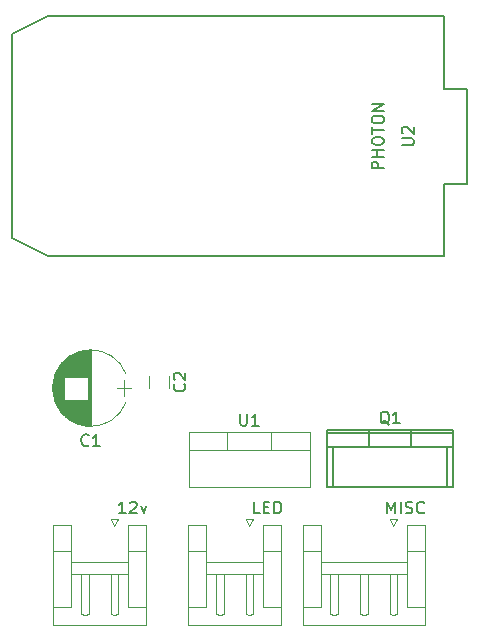
<source format=gto>
G04 #@! TF.FileFunction,Legend,Top*
%FSLAX46Y46*%
G04 Gerber Fmt 4.6, Leading zero omitted, Abs format (unit mm)*
G04 Created by KiCad (PCBNEW 4.0.5) date 07/13/18 00:02:14*
%MOMM*%
%LPD*%
G01*
G04 APERTURE LIST*
%ADD10C,0.100000*%
%ADD11C,0.150000*%
%ADD12C,0.120000*%
G04 APERTURE END LIST*
D10*
D11*
X199644000Y-89281000D02*
X199644000Y-92710000D01*
X189992000Y-89281000D02*
X189992000Y-92710000D01*
X200152000Y-88138000D02*
X189484000Y-88138000D01*
X196596000Y-89154000D02*
X196596000Y-87884000D01*
X193040000Y-89154000D02*
X193040000Y-87884000D01*
X189484000Y-89281000D02*
X200152000Y-89281000D01*
X200152000Y-92710000D02*
X189484000Y-92710000D01*
X189484000Y-87884000D02*
X189484000Y-92710000D01*
X200152000Y-87884000D02*
X200152000Y-92710000D01*
X200152000Y-87884000D02*
X189484000Y-87884000D01*
D12*
X184030000Y-98086000D02*
X184030000Y-95886000D01*
X184030000Y-95886000D02*
X185530000Y-95886000D01*
X185530000Y-95886000D02*
X185530000Y-104386000D01*
X185530000Y-104386000D02*
X177730000Y-104386000D01*
X177730000Y-104386000D02*
X177730000Y-95886000D01*
X177730000Y-95886000D02*
X179230000Y-95886000D01*
X179230000Y-95886000D02*
X179230000Y-98086000D01*
X185530000Y-102886000D02*
X184030000Y-102886000D01*
X184030000Y-102886000D02*
X184030000Y-98086000D01*
X184030000Y-98086000D02*
X185530000Y-98086000D01*
X177730000Y-102886000D02*
X179230000Y-102886000D01*
X179230000Y-102886000D02*
X179230000Y-98086000D01*
X179230000Y-98086000D02*
X177730000Y-98086000D01*
X184030000Y-100036000D02*
X179230000Y-100036000D01*
X184030000Y-99036000D02*
X179230000Y-99036000D01*
X182880000Y-100036000D02*
X183200000Y-100036000D01*
X183200000Y-100036000D02*
X183200000Y-103456000D01*
X183200000Y-103456000D02*
X182880000Y-103536000D01*
X182880000Y-103536000D02*
X182560000Y-103456000D01*
X182560000Y-103456000D02*
X182560000Y-100036000D01*
X182560000Y-100036000D02*
X182880000Y-100036000D01*
X180380000Y-100036000D02*
X180700000Y-100036000D01*
X180700000Y-100036000D02*
X180700000Y-103456000D01*
X180700000Y-103456000D02*
X180380000Y-103536000D01*
X180380000Y-103536000D02*
X180060000Y-103456000D01*
X180060000Y-103456000D02*
X180060000Y-100036000D01*
X180060000Y-100036000D02*
X180380000Y-100036000D01*
X182880000Y-96036000D02*
X183180000Y-95436000D01*
X183180000Y-95436000D02*
X182580000Y-95436000D01*
X182580000Y-95436000D02*
X182880000Y-96036000D01*
X196222000Y-98086000D02*
X196222000Y-95886000D01*
X196222000Y-95886000D02*
X197722000Y-95886000D01*
X197722000Y-95886000D02*
X197722000Y-104386000D01*
X197722000Y-104386000D02*
X187422000Y-104386000D01*
X187422000Y-104386000D02*
X187422000Y-95886000D01*
X187422000Y-95886000D02*
X188922000Y-95886000D01*
X188922000Y-95886000D02*
X188922000Y-98086000D01*
X197722000Y-102886000D02*
X196222000Y-102886000D01*
X196222000Y-102886000D02*
X196222000Y-98086000D01*
X196222000Y-98086000D02*
X197722000Y-98086000D01*
X187422000Y-102886000D02*
X188922000Y-102886000D01*
X188922000Y-102886000D02*
X188922000Y-98086000D01*
X188922000Y-98086000D02*
X187422000Y-98086000D01*
X196222000Y-100036000D02*
X188922000Y-100036000D01*
X196222000Y-99036000D02*
X188922000Y-99036000D01*
X195072000Y-100036000D02*
X195392000Y-100036000D01*
X195392000Y-100036000D02*
X195392000Y-103456000D01*
X195392000Y-103456000D02*
X195072000Y-103536000D01*
X195072000Y-103536000D02*
X194752000Y-103456000D01*
X194752000Y-103456000D02*
X194752000Y-100036000D01*
X194752000Y-100036000D02*
X195072000Y-100036000D01*
X192572000Y-100036000D02*
X192892000Y-100036000D01*
X192892000Y-100036000D02*
X192892000Y-103456000D01*
X192892000Y-103456000D02*
X192572000Y-103536000D01*
X192572000Y-103536000D02*
X192252000Y-103456000D01*
X192252000Y-103456000D02*
X192252000Y-100036000D01*
X192252000Y-100036000D02*
X192572000Y-100036000D01*
X190072000Y-100036000D02*
X190392000Y-100036000D01*
X190392000Y-100036000D02*
X190392000Y-103456000D01*
X190392000Y-103456000D02*
X190072000Y-103536000D01*
X190072000Y-103536000D02*
X189752000Y-103456000D01*
X189752000Y-103456000D02*
X189752000Y-100036000D01*
X189752000Y-100036000D02*
X190072000Y-100036000D01*
X195072000Y-96036000D02*
X195372000Y-95436000D01*
X195372000Y-95436000D02*
X194772000Y-95436000D01*
X194772000Y-95436000D02*
X195072000Y-96036000D01*
X177760000Y-88058000D02*
X188000000Y-88058000D01*
X177760000Y-92699000D02*
X188000000Y-92699000D01*
X177760000Y-88058000D02*
X177760000Y-92699000D01*
X188000000Y-88058000D02*
X188000000Y-92699000D01*
X177760000Y-89568000D02*
X188000000Y-89568000D01*
X181030000Y-88058000D02*
X181030000Y-89568000D01*
X184731000Y-88058000D02*
X184731000Y-89568000D01*
D11*
X165862000Y-73152000D02*
X162814000Y-71628000D01*
X165862000Y-52832000D02*
X162814000Y-54356000D01*
X162814000Y-54356000D02*
X162814000Y-71628000D01*
X199390000Y-73152000D02*
X165862000Y-73152000D01*
X199390000Y-52832000D02*
X165862000Y-52832000D01*
X199390000Y-67005200D02*
X199390000Y-73152000D01*
X199390000Y-58978800D02*
X199390000Y-52832000D01*
X201295000Y-58978800D02*
X199390000Y-58978800D01*
X201295000Y-67005200D02*
X199390000Y-67005200D01*
X201295000Y-58978800D02*
X201295000Y-67005200D01*
D12*
X176110000Y-84320000D02*
X176110000Y-83320000D01*
X174410000Y-83320000D02*
X174410000Y-84320000D01*
X166420180Y-85507136D02*
G75*
G03X172455482Y-85508000I3017820J1179136D01*
G01*
X166420180Y-83148864D02*
G75*
G02X172455482Y-83148000I3017820J-1179136D01*
G01*
X166420180Y-83148864D02*
G75*
G03X166420518Y-85508000I3017820J-1179136D01*
G01*
X169438000Y-87528000D02*
X169438000Y-81128000D01*
X169398000Y-87528000D02*
X169398000Y-81128000D01*
X169358000Y-87528000D02*
X169358000Y-81128000D01*
X169318000Y-87526000D02*
X169318000Y-81130000D01*
X169278000Y-87525000D02*
X169278000Y-81131000D01*
X169238000Y-87522000D02*
X169238000Y-81134000D01*
X169198000Y-87520000D02*
X169198000Y-81136000D01*
X169158000Y-87516000D02*
X169158000Y-85308000D01*
X169158000Y-83348000D02*
X169158000Y-81140000D01*
X169118000Y-87513000D02*
X169118000Y-85308000D01*
X169118000Y-83348000D02*
X169118000Y-81143000D01*
X169078000Y-87508000D02*
X169078000Y-85308000D01*
X169078000Y-83348000D02*
X169078000Y-81148000D01*
X169038000Y-87504000D02*
X169038000Y-85308000D01*
X169038000Y-83348000D02*
X169038000Y-81152000D01*
X168998000Y-87498000D02*
X168998000Y-85308000D01*
X168998000Y-83348000D02*
X168998000Y-81158000D01*
X168958000Y-87493000D02*
X168958000Y-85308000D01*
X168958000Y-83348000D02*
X168958000Y-81163000D01*
X168918000Y-87486000D02*
X168918000Y-85308000D01*
X168918000Y-83348000D02*
X168918000Y-81170000D01*
X168878000Y-87480000D02*
X168878000Y-85308000D01*
X168878000Y-83348000D02*
X168878000Y-81176000D01*
X168838000Y-87472000D02*
X168838000Y-85308000D01*
X168838000Y-83348000D02*
X168838000Y-81184000D01*
X168798000Y-87465000D02*
X168798000Y-85308000D01*
X168798000Y-83348000D02*
X168798000Y-81191000D01*
X168758000Y-87456000D02*
X168758000Y-85308000D01*
X168758000Y-83348000D02*
X168758000Y-81200000D01*
X168717000Y-87447000D02*
X168717000Y-85308000D01*
X168717000Y-83348000D02*
X168717000Y-81209000D01*
X168677000Y-87438000D02*
X168677000Y-85308000D01*
X168677000Y-83348000D02*
X168677000Y-81218000D01*
X168637000Y-87428000D02*
X168637000Y-85308000D01*
X168637000Y-83348000D02*
X168637000Y-81228000D01*
X168597000Y-87418000D02*
X168597000Y-85308000D01*
X168597000Y-83348000D02*
X168597000Y-81238000D01*
X168557000Y-87407000D02*
X168557000Y-85308000D01*
X168557000Y-83348000D02*
X168557000Y-81249000D01*
X168517000Y-87395000D02*
X168517000Y-85308000D01*
X168517000Y-83348000D02*
X168517000Y-81261000D01*
X168477000Y-87383000D02*
X168477000Y-85308000D01*
X168477000Y-83348000D02*
X168477000Y-81273000D01*
X168437000Y-87370000D02*
X168437000Y-85308000D01*
X168437000Y-83348000D02*
X168437000Y-81286000D01*
X168397000Y-87357000D02*
X168397000Y-85308000D01*
X168397000Y-83348000D02*
X168397000Y-81299000D01*
X168357000Y-87343000D02*
X168357000Y-85308000D01*
X168357000Y-83348000D02*
X168357000Y-81313000D01*
X168317000Y-87329000D02*
X168317000Y-85308000D01*
X168317000Y-83348000D02*
X168317000Y-81327000D01*
X168277000Y-87314000D02*
X168277000Y-85308000D01*
X168277000Y-83348000D02*
X168277000Y-81342000D01*
X168237000Y-87298000D02*
X168237000Y-85308000D01*
X168237000Y-83348000D02*
X168237000Y-81358000D01*
X168197000Y-87282000D02*
X168197000Y-85308000D01*
X168197000Y-83348000D02*
X168197000Y-81374000D01*
X168157000Y-87265000D02*
X168157000Y-85308000D01*
X168157000Y-83348000D02*
X168157000Y-81391000D01*
X168117000Y-87247000D02*
X168117000Y-85308000D01*
X168117000Y-83348000D02*
X168117000Y-81409000D01*
X168077000Y-87229000D02*
X168077000Y-85308000D01*
X168077000Y-83348000D02*
X168077000Y-81427000D01*
X168037000Y-87210000D02*
X168037000Y-85308000D01*
X168037000Y-83348000D02*
X168037000Y-81446000D01*
X167997000Y-87191000D02*
X167997000Y-85308000D01*
X167997000Y-83348000D02*
X167997000Y-81465000D01*
X167957000Y-87171000D02*
X167957000Y-85308000D01*
X167957000Y-83348000D02*
X167957000Y-81485000D01*
X167917000Y-87150000D02*
X167917000Y-85308000D01*
X167917000Y-83348000D02*
X167917000Y-81506000D01*
X167877000Y-87128000D02*
X167877000Y-85308000D01*
X167877000Y-83348000D02*
X167877000Y-81528000D01*
X167837000Y-87106000D02*
X167837000Y-85308000D01*
X167837000Y-83348000D02*
X167837000Y-81550000D01*
X167797000Y-87083000D02*
X167797000Y-85308000D01*
X167797000Y-83348000D02*
X167797000Y-81573000D01*
X167757000Y-87059000D02*
X167757000Y-85308000D01*
X167757000Y-83348000D02*
X167757000Y-81597000D01*
X167717000Y-87034000D02*
X167717000Y-85308000D01*
X167717000Y-83348000D02*
X167717000Y-81622000D01*
X167677000Y-87009000D02*
X167677000Y-85308000D01*
X167677000Y-83348000D02*
X167677000Y-81647000D01*
X167637000Y-86982000D02*
X167637000Y-85308000D01*
X167637000Y-83348000D02*
X167637000Y-81674000D01*
X167597000Y-86955000D02*
X167597000Y-85308000D01*
X167597000Y-83348000D02*
X167597000Y-81701000D01*
X167557000Y-86927000D02*
X167557000Y-85308000D01*
X167557000Y-83348000D02*
X167557000Y-81729000D01*
X167517000Y-86898000D02*
X167517000Y-85308000D01*
X167517000Y-83348000D02*
X167517000Y-81758000D01*
X167477000Y-86868000D02*
X167477000Y-85308000D01*
X167477000Y-83348000D02*
X167477000Y-81788000D01*
X167437000Y-86838000D02*
X167437000Y-85308000D01*
X167437000Y-83348000D02*
X167437000Y-81818000D01*
X167397000Y-86806000D02*
X167397000Y-85308000D01*
X167397000Y-83348000D02*
X167397000Y-81850000D01*
X167357000Y-86773000D02*
X167357000Y-85308000D01*
X167357000Y-83348000D02*
X167357000Y-81883000D01*
X167317000Y-86739000D02*
X167317000Y-85308000D01*
X167317000Y-83348000D02*
X167317000Y-81917000D01*
X167277000Y-86703000D02*
X167277000Y-85308000D01*
X167277000Y-83348000D02*
X167277000Y-81953000D01*
X167237000Y-86667000D02*
X167237000Y-85308000D01*
X167237000Y-83348000D02*
X167237000Y-81989000D01*
X167197000Y-86629000D02*
X167197000Y-82027000D01*
X167157000Y-86590000D02*
X167157000Y-82066000D01*
X167117000Y-86550000D02*
X167117000Y-82106000D01*
X167077000Y-86508000D02*
X167077000Y-82148000D01*
X167037000Y-86465000D02*
X167037000Y-82191000D01*
X166997000Y-86420000D02*
X166997000Y-82236000D01*
X166957000Y-86373000D02*
X166957000Y-82283000D01*
X166917000Y-86325000D02*
X166917000Y-82331000D01*
X166877000Y-86274000D02*
X166877000Y-82382000D01*
X166837000Y-86222000D02*
X166837000Y-82434000D01*
X166797000Y-86167000D02*
X166797000Y-82489000D01*
X166757000Y-86109000D02*
X166757000Y-82547000D01*
X166717000Y-86049000D02*
X166717000Y-82607000D01*
X166677000Y-85986000D02*
X166677000Y-82670000D01*
X166637000Y-85919000D02*
X166637000Y-82737000D01*
X166597000Y-85848000D02*
X166597000Y-82808000D01*
X166557000Y-85773000D02*
X166557000Y-82883000D01*
X166517000Y-85692000D02*
X166517000Y-82964000D01*
X166477000Y-85606000D02*
X166477000Y-83050000D01*
X166437000Y-85512000D02*
X166437000Y-83144000D01*
X166397000Y-85409000D02*
X166397000Y-83247000D01*
X166357000Y-85294000D02*
X166357000Y-83362000D01*
X166317000Y-85162000D02*
X166317000Y-83494000D01*
X166277000Y-85004000D02*
X166277000Y-83652000D01*
X166237000Y-84796000D02*
X166237000Y-83860000D01*
X172888000Y-84328000D02*
X171688000Y-84328000D01*
X172288000Y-84978000D02*
X172288000Y-83678000D01*
X172600000Y-98086000D02*
X172600000Y-95886000D01*
X172600000Y-95886000D02*
X174100000Y-95886000D01*
X174100000Y-95886000D02*
X174100000Y-104386000D01*
X174100000Y-104386000D02*
X166300000Y-104386000D01*
X166300000Y-104386000D02*
X166300000Y-95886000D01*
X166300000Y-95886000D02*
X167800000Y-95886000D01*
X167800000Y-95886000D02*
X167800000Y-98086000D01*
X174100000Y-102886000D02*
X172600000Y-102886000D01*
X172600000Y-102886000D02*
X172600000Y-98086000D01*
X172600000Y-98086000D02*
X174100000Y-98086000D01*
X166300000Y-102886000D02*
X167800000Y-102886000D01*
X167800000Y-102886000D02*
X167800000Y-98086000D01*
X167800000Y-98086000D02*
X166300000Y-98086000D01*
X172600000Y-100036000D02*
X167800000Y-100036000D01*
X172600000Y-99036000D02*
X167800000Y-99036000D01*
X171450000Y-100036000D02*
X171770000Y-100036000D01*
X171770000Y-100036000D02*
X171770000Y-103456000D01*
X171770000Y-103456000D02*
X171450000Y-103536000D01*
X171450000Y-103536000D02*
X171130000Y-103456000D01*
X171130000Y-103456000D02*
X171130000Y-100036000D01*
X171130000Y-100036000D02*
X171450000Y-100036000D01*
X168950000Y-100036000D02*
X169270000Y-100036000D01*
X169270000Y-100036000D02*
X169270000Y-103456000D01*
X169270000Y-103456000D02*
X168950000Y-103536000D01*
X168950000Y-103536000D02*
X168630000Y-103456000D01*
X168630000Y-103456000D02*
X168630000Y-100036000D01*
X168630000Y-100036000D02*
X168950000Y-100036000D01*
X171450000Y-96036000D02*
X171750000Y-95436000D01*
X171750000Y-95436000D02*
X171150000Y-95436000D01*
X171150000Y-95436000D02*
X171450000Y-96036000D01*
D11*
X194722762Y-87415619D02*
X194627524Y-87368000D01*
X194532286Y-87272762D01*
X194389429Y-87129905D01*
X194294190Y-87082286D01*
X194198952Y-87082286D01*
X194246571Y-87320381D02*
X194151333Y-87272762D01*
X194056095Y-87177524D01*
X194008476Y-86987048D01*
X194008476Y-86653714D01*
X194056095Y-86463238D01*
X194151333Y-86368000D01*
X194246571Y-86320381D01*
X194437048Y-86320381D01*
X194532286Y-86368000D01*
X194627524Y-86463238D01*
X194675143Y-86653714D01*
X194675143Y-86987048D01*
X194627524Y-87177524D01*
X194532286Y-87272762D01*
X194437048Y-87320381D01*
X194246571Y-87320381D01*
X195627524Y-87320381D02*
X195056095Y-87320381D01*
X195341809Y-87320381D02*
X195341809Y-86320381D01*
X195246571Y-86463238D01*
X195151333Y-86558476D01*
X195056095Y-86606095D01*
X183761143Y-94940381D02*
X183284952Y-94940381D01*
X183284952Y-93940381D01*
X184094476Y-94416571D02*
X184427810Y-94416571D01*
X184570667Y-94940381D02*
X184094476Y-94940381D01*
X184094476Y-93940381D01*
X184570667Y-93940381D01*
X184999238Y-94940381D02*
X184999238Y-93940381D01*
X185237333Y-93940381D01*
X185380191Y-93988000D01*
X185475429Y-94083238D01*
X185523048Y-94178476D01*
X185570667Y-94368952D01*
X185570667Y-94511810D01*
X185523048Y-94702286D01*
X185475429Y-94797524D01*
X185380191Y-94892762D01*
X185237333Y-94940381D01*
X184999238Y-94940381D01*
X194540381Y-94940381D02*
X194540381Y-93940381D01*
X194873715Y-94654667D01*
X195207048Y-93940381D01*
X195207048Y-94940381D01*
X195683238Y-94940381D02*
X195683238Y-93940381D01*
X196111809Y-94892762D02*
X196254666Y-94940381D01*
X196492762Y-94940381D01*
X196588000Y-94892762D01*
X196635619Y-94845143D01*
X196683238Y-94749905D01*
X196683238Y-94654667D01*
X196635619Y-94559429D01*
X196588000Y-94511810D01*
X196492762Y-94464190D01*
X196302285Y-94416571D01*
X196207047Y-94368952D01*
X196159428Y-94321333D01*
X196111809Y-94226095D01*
X196111809Y-94130857D01*
X196159428Y-94035619D01*
X196207047Y-93988000D01*
X196302285Y-93940381D01*
X196540381Y-93940381D01*
X196683238Y-93988000D01*
X197683238Y-94845143D02*
X197635619Y-94892762D01*
X197492762Y-94940381D01*
X197397524Y-94940381D01*
X197254666Y-94892762D01*
X197159428Y-94797524D01*
X197111809Y-94702286D01*
X197064190Y-94511810D01*
X197064190Y-94368952D01*
X197111809Y-94178476D01*
X197159428Y-94083238D01*
X197254666Y-93988000D01*
X197397524Y-93940381D01*
X197492762Y-93940381D01*
X197635619Y-93988000D01*
X197683238Y-94035619D01*
X182118095Y-86510381D02*
X182118095Y-87319905D01*
X182165714Y-87415143D01*
X182213333Y-87462762D01*
X182308571Y-87510381D01*
X182499048Y-87510381D01*
X182594286Y-87462762D01*
X182641905Y-87415143D01*
X182689524Y-87319905D01*
X182689524Y-86510381D01*
X183689524Y-87510381D02*
X183118095Y-87510381D01*
X183403809Y-87510381D02*
X183403809Y-86510381D01*
X183308571Y-86653238D01*
X183213333Y-86748476D01*
X183118095Y-86796095D01*
X195794381Y-63753905D02*
X196603905Y-63753905D01*
X196699143Y-63706286D01*
X196746762Y-63658667D01*
X196794381Y-63563429D01*
X196794381Y-63372952D01*
X196746762Y-63277714D01*
X196699143Y-63230095D01*
X196603905Y-63182476D01*
X195794381Y-63182476D01*
X195889619Y-62753905D02*
X195842000Y-62706286D01*
X195794381Y-62611048D01*
X195794381Y-62372952D01*
X195842000Y-62277714D01*
X195889619Y-62230095D01*
X195984857Y-62182476D01*
X196080095Y-62182476D01*
X196222952Y-62230095D01*
X196794381Y-62801524D01*
X196794381Y-62182476D01*
X194254381Y-65730095D02*
X193254381Y-65730095D01*
X193254381Y-65349142D01*
X193302000Y-65253904D01*
X193349619Y-65206285D01*
X193444857Y-65158666D01*
X193587714Y-65158666D01*
X193682952Y-65206285D01*
X193730571Y-65253904D01*
X193778190Y-65349142D01*
X193778190Y-65730095D01*
X194254381Y-64730095D02*
X193254381Y-64730095D01*
X193730571Y-64730095D02*
X193730571Y-64158666D01*
X194254381Y-64158666D02*
X193254381Y-64158666D01*
X193254381Y-63492000D02*
X193254381Y-63301523D01*
X193302000Y-63206285D01*
X193397238Y-63111047D01*
X193587714Y-63063428D01*
X193921048Y-63063428D01*
X194111524Y-63111047D01*
X194206762Y-63206285D01*
X194254381Y-63301523D01*
X194254381Y-63492000D01*
X194206762Y-63587238D01*
X194111524Y-63682476D01*
X193921048Y-63730095D01*
X193587714Y-63730095D01*
X193397238Y-63682476D01*
X193302000Y-63587238D01*
X193254381Y-63492000D01*
X193254381Y-62777714D02*
X193254381Y-62206285D01*
X194254381Y-62492000D02*
X193254381Y-62492000D01*
X193254381Y-61682476D02*
X193254381Y-61491999D01*
X193302000Y-61396761D01*
X193397238Y-61301523D01*
X193587714Y-61253904D01*
X193921048Y-61253904D01*
X194111524Y-61301523D01*
X194206762Y-61396761D01*
X194254381Y-61491999D01*
X194254381Y-61682476D01*
X194206762Y-61777714D01*
X194111524Y-61872952D01*
X193921048Y-61920571D01*
X193587714Y-61920571D01*
X193397238Y-61872952D01*
X193302000Y-61777714D01*
X193254381Y-61682476D01*
X194254381Y-60825333D02*
X193254381Y-60825333D01*
X194254381Y-60253904D01*
X193254381Y-60253904D01*
X177367143Y-83986666D02*
X177414762Y-84034285D01*
X177462381Y-84177142D01*
X177462381Y-84272380D01*
X177414762Y-84415238D01*
X177319524Y-84510476D01*
X177224286Y-84558095D01*
X177033810Y-84605714D01*
X176890952Y-84605714D01*
X176700476Y-84558095D01*
X176605238Y-84510476D01*
X176510000Y-84415238D01*
X176462381Y-84272380D01*
X176462381Y-84177142D01*
X176510000Y-84034285D01*
X176557619Y-83986666D01*
X176557619Y-83605714D02*
X176510000Y-83558095D01*
X176462381Y-83462857D01*
X176462381Y-83224761D01*
X176510000Y-83129523D01*
X176557619Y-83081904D01*
X176652857Y-83034285D01*
X176748095Y-83034285D01*
X176890952Y-83081904D01*
X177462381Y-83653333D01*
X177462381Y-83034285D01*
X169271334Y-89145143D02*
X169223715Y-89192762D01*
X169080858Y-89240381D01*
X168985620Y-89240381D01*
X168842762Y-89192762D01*
X168747524Y-89097524D01*
X168699905Y-89002286D01*
X168652286Y-88811810D01*
X168652286Y-88668952D01*
X168699905Y-88478476D01*
X168747524Y-88383238D01*
X168842762Y-88288000D01*
X168985620Y-88240381D01*
X169080858Y-88240381D01*
X169223715Y-88288000D01*
X169271334Y-88335619D01*
X170223715Y-89240381D02*
X169652286Y-89240381D01*
X169938000Y-89240381D02*
X169938000Y-88240381D01*
X169842762Y-88383238D01*
X169747524Y-88478476D01*
X169652286Y-88526095D01*
X172402572Y-94940381D02*
X171831143Y-94940381D01*
X172116857Y-94940381D02*
X172116857Y-93940381D01*
X172021619Y-94083238D01*
X171926381Y-94178476D01*
X171831143Y-94226095D01*
X172783524Y-94035619D02*
X172831143Y-93988000D01*
X172926381Y-93940381D01*
X173164477Y-93940381D01*
X173259715Y-93988000D01*
X173307334Y-94035619D01*
X173354953Y-94130857D01*
X173354953Y-94226095D01*
X173307334Y-94368952D01*
X172735905Y-94940381D01*
X173354953Y-94940381D01*
X173688286Y-94273714D02*
X173926381Y-94940381D01*
X174164477Y-94273714D01*
M02*

</source>
